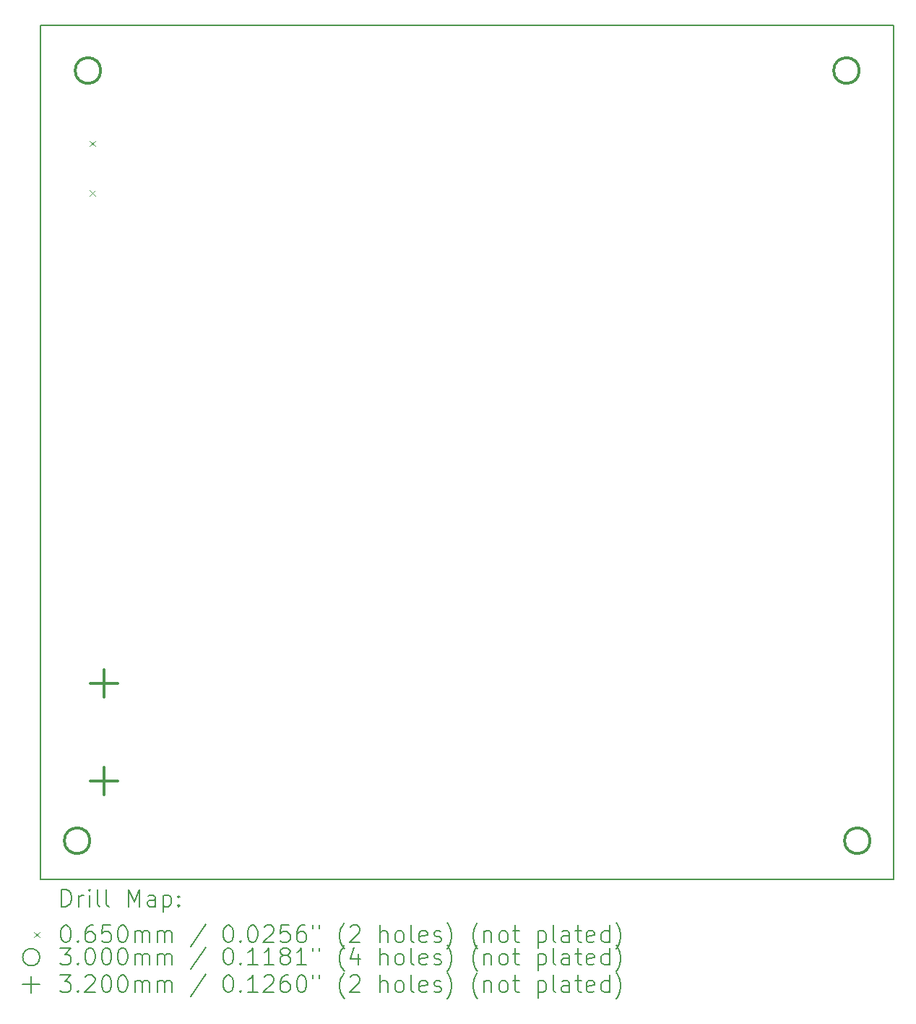
<source format=gbr>
%FSLAX45Y45*%
G04 Gerber Fmt 4.5, Leading zero omitted, Abs format (unit mm)*
G04 Created by KiCad (PCBNEW (6.0.0)) date 2022-03-08 01:23:57*
%MOMM*%
%LPD*%
G01*
G04 APERTURE LIST*
%TA.AperFunction,Profile*%
%ADD10C,0.200000*%
%TD*%
%ADD11C,0.200000*%
%ADD12C,0.065000*%
%ADD13C,0.300000*%
%ADD14C,0.320000*%
G04 APERTURE END LIST*
D10*
X11129000Y-4419600D02*
X21129000Y-4419600D01*
X21129000Y-4419600D02*
X21129000Y-14419600D01*
X21129000Y-14419600D02*
X11129000Y-14419600D01*
X11129000Y-14419600D02*
X11129000Y-4419600D01*
D11*
D12*
X11702000Y-5774500D02*
X11767000Y-5839500D01*
X11767000Y-5774500D02*
X11702000Y-5839500D01*
X11702000Y-6352500D02*
X11767000Y-6417500D01*
X11767000Y-6352500D02*
X11702000Y-6417500D01*
D13*
X11707000Y-13970000D02*
G75*
G03*
X11707000Y-13970000I-150000J0D01*
G01*
X11834000Y-4953000D02*
G75*
G03*
X11834000Y-4953000I-150000J0D01*
G01*
X20724000Y-4953000D02*
G75*
G03*
X20724000Y-4953000I-150000J0D01*
G01*
X20851000Y-13970000D02*
G75*
G03*
X20851000Y-13970000I-150000J0D01*
G01*
D14*
X11874500Y-11968500D02*
X11874500Y-12288500D01*
X11714500Y-12128500D02*
X12034500Y-12128500D01*
X11874500Y-13111500D02*
X11874500Y-13431500D01*
X11714500Y-13271500D02*
X12034500Y-13271500D01*
D11*
X11376619Y-14740076D02*
X11376619Y-14540076D01*
X11424238Y-14540076D01*
X11452809Y-14549600D01*
X11471857Y-14568648D01*
X11481381Y-14587695D01*
X11490905Y-14625790D01*
X11490905Y-14654362D01*
X11481381Y-14692457D01*
X11471857Y-14711505D01*
X11452809Y-14730552D01*
X11424238Y-14740076D01*
X11376619Y-14740076D01*
X11576619Y-14740076D02*
X11576619Y-14606743D01*
X11576619Y-14644838D02*
X11586143Y-14625790D01*
X11595667Y-14616267D01*
X11614714Y-14606743D01*
X11633762Y-14606743D01*
X11700428Y-14740076D02*
X11700428Y-14606743D01*
X11700428Y-14540076D02*
X11690905Y-14549600D01*
X11700428Y-14559124D01*
X11709952Y-14549600D01*
X11700428Y-14540076D01*
X11700428Y-14559124D01*
X11824238Y-14740076D02*
X11805190Y-14730552D01*
X11795667Y-14711505D01*
X11795667Y-14540076D01*
X11929000Y-14740076D02*
X11909952Y-14730552D01*
X11900428Y-14711505D01*
X11900428Y-14540076D01*
X12157571Y-14740076D02*
X12157571Y-14540076D01*
X12224238Y-14682933D01*
X12290905Y-14540076D01*
X12290905Y-14740076D01*
X12471857Y-14740076D02*
X12471857Y-14635314D01*
X12462333Y-14616267D01*
X12443286Y-14606743D01*
X12405190Y-14606743D01*
X12386143Y-14616267D01*
X12471857Y-14730552D02*
X12452809Y-14740076D01*
X12405190Y-14740076D01*
X12386143Y-14730552D01*
X12376619Y-14711505D01*
X12376619Y-14692457D01*
X12386143Y-14673409D01*
X12405190Y-14663886D01*
X12452809Y-14663886D01*
X12471857Y-14654362D01*
X12567095Y-14606743D02*
X12567095Y-14806743D01*
X12567095Y-14616267D02*
X12586143Y-14606743D01*
X12624238Y-14606743D01*
X12643286Y-14616267D01*
X12652809Y-14625790D01*
X12662333Y-14644838D01*
X12662333Y-14701981D01*
X12652809Y-14721028D01*
X12643286Y-14730552D01*
X12624238Y-14740076D01*
X12586143Y-14740076D01*
X12567095Y-14730552D01*
X12748048Y-14721028D02*
X12757571Y-14730552D01*
X12748048Y-14740076D01*
X12738524Y-14730552D01*
X12748048Y-14721028D01*
X12748048Y-14740076D01*
X12748048Y-14616267D02*
X12757571Y-14625790D01*
X12748048Y-14635314D01*
X12738524Y-14625790D01*
X12748048Y-14616267D01*
X12748048Y-14635314D01*
D12*
X11054000Y-15037100D02*
X11119000Y-15102100D01*
X11119000Y-15037100D02*
X11054000Y-15102100D01*
D11*
X11414714Y-14960076D02*
X11433762Y-14960076D01*
X11452809Y-14969600D01*
X11462333Y-14979124D01*
X11471857Y-14998171D01*
X11481381Y-15036267D01*
X11481381Y-15083886D01*
X11471857Y-15121981D01*
X11462333Y-15141028D01*
X11452809Y-15150552D01*
X11433762Y-15160076D01*
X11414714Y-15160076D01*
X11395667Y-15150552D01*
X11386143Y-15141028D01*
X11376619Y-15121981D01*
X11367095Y-15083886D01*
X11367095Y-15036267D01*
X11376619Y-14998171D01*
X11386143Y-14979124D01*
X11395667Y-14969600D01*
X11414714Y-14960076D01*
X11567095Y-15141028D02*
X11576619Y-15150552D01*
X11567095Y-15160076D01*
X11557571Y-15150552D01*
X11567095Y-15141028D01*
X11567095Y-15160076D01*
X11748048Y-14960076D02*
X11709952Y-14960076D01*
X11690905Y-14969600D01*
X11681381Y-14979124D01*
X11662333Y-15007695D01*
X11652809Y-15045790D01*
X11652809Y-15121981D01*
X11662333Y-15141028D01*
X11671857Y-15150552D01*
X11690905Y-15160076D01*
X11729000Y-15160076D01*
X11748048Y-15150552D01*
X11757571Y-15141028D01*
X11767095Y-15121981D01*
X11767095Y-15074362D01*
X11757571Y-15055314D01*
X11748048Y-15045790D01*
X11729000Y-15036267D01*
X11690905Y-15036267D01*
X11671857Y-15045790D01*
X11662333Y-15055314D01*
X11652809Y-15074362D01*
X11948048Y-14960076D02*
X11852809Y-14960076D01*
X11843286Y-15055314D01*
X11852809Y-15045790D01*
X11871857Y-15036267D01*
X11919476Y-15036267D01*
X11938524Y-15045790D01*
X11948048Y-15055314D01*
X11957571Y-15074362D01*
X11957571Y-15121981D01*
X11948048Y-15141028D01*
X11938524Y-15150552D01*
X11919476Y-15160076D01*
X11871857Y-15160076D01*
X11852809Y-15150552D01*
X11843286Y-15141028D01*
X12081381Y-14960076D02*
X12100428Y-14960076D01*
X12119476Y-14969600D01*
X12129000Y-14979124D01*
X12138524Y-14998171D01*
X12148048Y-15036267D01*
X12148048Y-15083886D01*
X12138524Y-15121981D01*
X12129000Y-15141028D01*
X12119476Y-15150552D01*
X12100428Y-15160076D01*
X12081381Y-15160076D01*
X12062333Y-15150552D01*
X12052809Y-15141028D01*
X12043286Y-15121981D01*
X12033762Y-15083886D01*
X12033762Y-15036267D01*
X12043286Y-14998171D01*
X12052809Y-14979124D01*
X12062333Y-14969600D01*
X12081381Y-14960076D01*
X12233762Y-15160076D02*
X12233762Y-15026743D01*
X12233762Y-15045790D02*
X12243286Y-15036267D01*
X12262333Y-15026743D01*
X12290905Y-15026743D01*
X12309952Y-15036267D01*
X12319476Y-15055314D01*
X12319476Y-15160076D01*
X12319476Y-15055314D02*
X12329000Y-15036267D01*
X12348048Y-15026743D01*
X12376619Y-15026743D01*
X12395667Y-15036267D01*
X12405190Y-15055314D01*
X12405190Y-15160076D01*
X12500428Y-15160076D02*
X12500428Y-15026743D01*
X12500428Y-15045790D02*
X12509952Y-15036267D01*
X12529000Y-15026743D01*
X12557571Y-15026743D01*
X12576619Y-15036267D01*
X12586143Y-15055314D01*
X12586143Y-15160076D01*
X12586143Y-15055314D02*
X12595667Y-15036267D01*
X12614714Y-15026743D01*
X12643286Y-15026743D01*
X12662333Y-15036267D01*
X12671857Y-15055314D01*
X12671857Y-15160076D01*
X13062333Y-14950552D02*
X12890905Y-15207695D01*
X13319476Y-14960076D02*
X13338524Y-14960076D01*
X13357571Y-14969600D01*
X13367095Y-14979124D01*
X13376619Y-14998171D01*
X13386143Y-15036267D01*
X13386143Y-15083886D01*
X13376619Y-15121981D01*
X13367095Y-15141028D01*
X13357571Y-15150552D01*
X13338524Y-15160076D01*
X13319476Y-15160076D01*
X13300428Y-15150552D01*
X13290905Y-15141028D01*
X13281381Y-15121981D01*
X13271857Y-15083886D01*
X13271857Y-15036267D01*
X13281381Y-14998171D01*
X13290905Y-14979124D01*
X13300428Y-14969600D01*
X13319476Y-14960076D01*
X13471857Y-15141028D02*
X13481381Y-15150552D01*
X13471857Y-15160076D01*
X13462333Y-15150552D01*
X13471857Y-15141028D01*
X13471857Y-15160076D01*
X13605190Y-14960076D02*
X13624238Y-14960076D01*
X13643286Y-14969600D01*
X13652809Y-14979124D01*
X13662333Y-14998171D01*
X13671857Y-15036267D01*
X13671857Y-15083886D01*
X13662333Y-15121981D01*
X13652809Y-15141028D01*
X13643286Y-15150552D01*
X13624238Y-15160076D01*
X13605190Y-15160076D01*
X13586143Y-15150552D01*
X13576619Y-15141028D01*
X13567095Y-15121981D01*
X13557571Y-15083886D01*
X13557571Y-15036267D01*
X13567095Y-14998171D01*
X13576619Y-14979124D01*
X13586143Y-14969600D01*
X13605190Y-14960076D01*
X13748048Y-14979124D02*
X13757571Y-14969600D01*
X13776619Y-14960076D01*
X13824238Y-14960076D01*
X13843286Y-14969600D01*
X13852809Y-14979124D01*
X13862333Y-14998171D01*
X13862333Y-15017219D01*
X13852809Y-15045790D01*
X13738524Y-15160076D01*
X13862333Y-15160076D01*
X14043286Y-14960076D02*
X13948048Y-14960076D01*
X13938524Y-15055314D01*
X13948048Y-15045790D01*
X13967095Y-15036267D01*
X14014714Y-15036267D01*
X14033762Y-15045790D01*
X14043286Y-15055314D01*
X14052809Y-15074362D01*
X14052809Y-15121981D01*
X14043286Y-15141028D01*
X14033762Y-15150552D01*
X14014714Y-15160076D01*
X13967095Y-15160076D01*
X13948048Y-15150552D01*
X13938524Y-15141028D01*
X14224238Y-14960076D02*
X14186143Y-14960076D01*
X14167095Y-14969600D01*
X14157571Y-14979124D01*
X14138524Y-15007695D01*
X14129000Y-15045790D01*
X14129000Y-15121981D01*
X14138524Y-15141028D01*
X14148048Y-15150552D01*
X14167095Y-15160076D01*
X14205190Y-15160076D01*
X14224238Y-15150552D01*
X14233762Y-15141028D01*
X14243286Y-15121981D01*
X14243286Y-15074362D01*
X14233762Y-15055314D01*
X14224238Y-15045790D01*
X14205190Y-15036267D01*
X14167095Y-15036267D01*
X14148048Y-15045790D01*
X14138524Y-15055314D01*
X14129000Y-15074362D01*
X14319476Y-14960076D02*
X14319476Y-14998171D01*
X14395667Y-14960076D02*
X14395667Y-14998171D01*
X14690905Y-15236267D02*
X14681381Y-15226743D01*
X14662333Y-15198171D01*
X14652809Y-15179124D01*
X14643286Y-15150552D01*
X14633762Y-15102933D01*
X14633762Y-15064838D01*
X14643286Y-15017219D01*
X14652809Y-14988648D01*
X14662333Y-14969600D01*
X14681381Y-14941028D01*
X14690905Y-14931505D01*
X14757571Y-14979124D02*
X14767095Y-14969600D01*
X14786143Y-14960076D01*
X14833762Y-14960076D01*
X14852809Y-14969600D01*
X14862333Y-14979124D01*
X14871857Y-14998171D01*
X14871857Y-15017219D01*
X14862333Y-15045790D01*
X14748048Y-15160076D01*
X14871857Y-15160076D01*
X15109952Y-15160076D02*
X15109952Y-14960076D01*
X15195667Y-15160076D02*
X15195667Y-15055314D01*
X15186143Y-15036267D01*
X15167095Y-15026743D01*
X15138524Y-15026743D01*
X15119476Y-15036267D01*
X15109952Y-15045790D01*
X15319476Y-15160076D02*
X15300428Y-15150552D01*
X15290905Y-15141028D01*
X15281381Y-15121981D01*
X15281381Y-15064838D01*
X15290905Y-15045790D01*
X15300428Y-15036267D01*
X15319476Y-15026743D01*
X15348048Y-15026743D01*
X15367095Y-15036267D01*
X15376619Y-15045790D01*
X15386143Y-15064838D01*
X15386143Y-15121981D01*
X15376619Y-15141028D01*
X15367095Y-15150552D01*
X15348048Y-15160076D01*
X15319476Y-15160076D01*
X15500428Y-15160076D02*
X15481381Y-15150552D01*
X15471857Y-15131505D01*
X15471857Y-14960076D01*
X15652809Y-15150552D02*
X15633762Y-15160076D01*
X15595667Y-15160076D01*
X15576619Y-15150552D01*
X15567095Y-15131505D01*
X15567095Y-15055314D01*
X15576619Y-15036267D01*
X15595667Y-15026743D01*
X15633762Y-15026743D01*
X15652809Y-15036267D01*
X15662333Y-15055314D01*
X15662333Y-15074362D01*
X15567095Y-15093409D01*
X15738524Y-15150552D02*
X15757571Y-15160076D01*
X15795667Y-15160076D01*
X15814714Y-15150552D01*
X15824238Y-15131505D01*
X15824238Y-15121981D01*
X15814714Y-15102933D01*
X15795667Y-15093409D01*
X15767095Y-15093409D01*
X15748048Y-15083886D01*
X15738524Y-15064838D01*
X15738524Y-15055314D01*
X15748048Y-15036267D01*
X15767095Y-15026743D01*
X15795667Y-15026743D01*
X15814714Y-15036267D01*
X15890905Y-15236267D02*
X15900428Y-15226743D01*
X15919476Y-15198171D01*
X15929000Y-15179124D01*
X15938524Y-15150552D01*
X15948048Y-15102933D01*
X15948048Y-15064838D01*
X15938524Y-15017219D01*
X15929000Y-14988648D01*
X15919476Y-14969600D01*
X15900428Y-14941028D01*
X15890905Y-14931505D01*
X16252809Y-15236267D02*
X16243286Y-15226743D01*
X16224238Y-15198171D01*
X16214714Y-15179124D01*
X16205190Y-15150552D01*
X16195667Y-15102933D01*
X16195667Y-15064838D01*
X16205190Y-15017219D01*
X16214714Y-14988648D01*
X16224238Y-14969600D01*
X16243286Y-14941028D01*
X16252809Y-14931505D01*
X16329000Y-15026743D02*
X16329000Y-15160076D01*
X16329000Y-15045790D02*
X16338524Y-15036267D01*
X16357571Y-15026743D01*
X16386143Y-15026743D01*
X16405190Y-15036267D01*
X16414714Y-15055314D01*
X16414714Y-15160076D01*
X16538524Y-15160076D02*
X16519476Y-15150552D01*
X16509952Y-15141028D01*
X16500428Y-15121981D01*
X16500428Y-15064838D01*
X16509952Y-15045790D01*
X16519476Y-15036267D01*
X16538524Y-15026743D01*
X16567095Y-15026743D01*
X16586143Y-15036267D01*
X16595667Y-15045790D01*
X16605190Y-15064838D01*
X16605190Y-15121981D01*
X16595667Y-15141028D01*
X16586143Y-15150552D01*
X16567095Y-15160076D01*
X16538524Y-15160076D01*
X16662333Y-15026743D02*
X16738524Y-15026743D01*
X16690905Y-14960076D02*
X16690905Y-15131505D01*
X16700428Y-15150552D01*
X16719476Y-15160076D01*
X16738524Y-15160076D01*
X16957571Y-15026743D02*
X16957571Y-15226743D01*
X16957571Y-15036267D02*
X16976619Y-15026743D01*
X17014714Y-15026743D01*
X17033762Y-15036267D01*
X17043286Y-15045790D01*
X17052810Y-15064838D01*
X17052810Y-15121981D01*
X17043286Y-15141028D01*
X17033762Y-15150552D01*
X17014714Y-15160076D01*
X16976619Y-15160076D01*
X16957571Y-15150552D01*
X17167095Y-15160076D02*
X17148048Y-15150552D01*
X17138524Y-15131505D01*
X17138524Y-14960076D01*
X17329000Y-15160076D02*
X17329000Y-15055314D01*
X17319476Y-15036267D01*
X17300429Y-15026743D01*
X17262333Y-15026743D01*
X17243286Y-15036267D01*
X17329000Y-15150552D02*
X17309952Y-15160076D01*
X17262333Y-15160076D01*
X17243286Y-15150552D01*
X17233762Y-15131505D01*
X17233762Y-15112457D01*
X17243286Y-15093409D01*
X17262333Y-15083886D01*
X17309952Y-15083886D01*
X17329000Y-15074362D01*
X17395667Y-15026743D02*
X17471857Y-15026743D01*
X17424238Y-14960076D02*
X17424238Y-15131505D01*
X17433762Y-15150552D01*
X17452810Y-15160076D01*
X17471857Y-15160076D01*
X17614714Y-15150552D02*
X17595667Y-15160076D01*
X17557571Y-15160076D01*
X17538524Y-15150552D01*
X17529000Y-15131505D01*
X17529000Y-15055314D01*
X17538524Y-15036267D01*
X17557571Y-15026743D01*
X17595667Y-15026743D01*
X17614714Y-15036267D01*
X17624238Y-15055314D01*
X17624238Y-15074362D01*
X17529000Y-15093409D01*
X17795667Y-15160076D02*
X17795667Y-14960076D01*
X17795667Y-15150552D02*
X17776619Y-15160076D01*
X17738524Y-15160076D01*
X17719476Y-15150552D01*
X17709952Y-15141028D01*
X17700429Y-15121981D01*
X17700429Y-15064838D01*
X17709952Y-15045790D01*
X17719476Y-15036267D01*
X17738524Y-15026743D01*
X17776619Y-15026743D01*
X17795667Y-15036267D01*
X17871857Y-15236267D02*
X17881381Y-15226743D01*
X17900429Y-15198171D01*
X17909952Y-15179124D01*
X17919476Y-15150552D01*
X17929000Y-15102933D01*
X17929000Y-15064838D01*
X17919476Y-15017219D01*
X17909952Y-14988648D01*
X17900429Y-14969600D01*
X17881381Y-14941028D01*
X17871857Y-14931505D01*
X11119000Y-15333600D02*
G75*
G03*
X11119000Y-15333600I-100000J0D01*
G01*
X11357571Y-15224076D02*
X11481381Y-15224076D01*
X11414714Y-15300267D01*
X11443286Y-15300267D01*
X11462333Y-15309790D01*
X11471857Y-15319314D01*
X11481381Y-15338362D01*
X11481381Y-15385981D01*
X11471857Y-15405028D01*
X11462333Y-15414552D01*
X11443286Y-15424076D01*
X11386143Y-15424076D01*
X11367095Y-15414552D01*
X11357571Y-15405028D01*
X11567095Y-15405028D02*
X11576619Y-15414552D01*
X11567095Y-15424076D01*
X11557571Y-15414552D01*
X11567095Y-15405028D01*
X11567095Y-15424076D01*
X11700428Y-15224076D02*
X11719476Y-15224076D01*
X11738524Y-15233600D01*
X11748048Y-15243124D01*
X11757571Y-15262171D01*
X11767095Y-15300267D01*
X11767095Y-15347886D01*
X11757571Y-15385981D01*
X11748048Y-15405028D01*
X11738524Y-15414552D01*
X11719476Y-15424076D01*
X11700428Y-15424076D01*
X11681381Y-15414552D01*
X11671857Y-15405028D01*
X11662333Y-15385981D01*
X11652809Y-15347886D01*
X11652809Y-15300267D01*
X11662333Y-15262171D01*
X11671857Y-15243124D01*
X11681381Y-15233600D01*
X11700428Y-15224076D01*
X11890905Y-15224076D02*
X11909952Y-15224076D01*
X11929000Y-15233600D01*
X11938524Y-15243124D01*
X11948048Y-15262171D01*
X11957571Y-15300267D01*
X11957571Y-15347886D01*
X11948048Y-15385981D01*
X11938524Y-15405028D01*
X11929000Y-15414552D01*
X11909952Y-15424076D01*
X11890905Y-15424076D01*
X11871857Y-15414552D01*
X11862333Y-15405028D01*
X11852809Y-15385981D01*
X11843286Y-15347886D01*
X11843286Y-15300267D01*
X11852809Y-15262171D01*
X11862333Y-15243124D01*
X11871857Y-15233600D01*
X11890905Y-15224076D01*
X12081381Y-15224076D02*
X12100428Y-15224076D01*
X12119476Y-15233600D01*
X12129000Y-15243124D01*
X12138524Y-15262171D01*
X12148048Y-15300267D01*
X12148048Y-15347886D01*
X12138524Y-15385981D01*
X12129000Y-15405028D01*
X12119476Y-15414552D01*
X12100428Y-15424076D01*
X12081381Y-15424076D01*
X12062333Y-15414552D01*
X12052809Y-15405028D01*
X12043286Y-15385981D01*
X12033762Y-15347886D01*
X12033762Y-15300267D01*
X12043286Y-15262171D01*
X12052809Y-15243124D01*
X12062333Y-15233600D01*
X12081381Y-15224076D01*
X12233762Y-15424076D02*
X12233762Y-15290743D01*
X12233762Y-15309790D02*
X12243286Y-15300267D01*
X12262333Y-15290743D01*
X12290905Y-15290743D01*
X12309952Y-15300267D01*
X12319476Y-15319314D01*
X12319476Y-15424076D01*
X12319476Y-15319314D02*
X12329000Y-15300267D01*
X12348048Y-15290743D01*
X12376619Y-15290743D01*
X12395667Y-15300267D01*
X12405190Y-15319314D01*
X12405190Y-15424076D01*
X12500428Y-15424076D02*
X12500428Y-15290743D01*
X12500428Y-15309790D02*
X12509952Y-15300267D01*
X12529000Y-15290743D01*
X12557571Y-15290743D01*
X12576619Y-15300267D01*
X12586143Y-15319314D01*
X12586143Y-15424076D01*
X12586143Y-15319314D02*
X12595667Y-15300267D01*
X12614714Y-15290743D01*
X12643286Y-15290743D01*
X12662333Y-15300267D01*
X12671857Y-15319314D01*
X12671857Y-15424076D01*
X13062333Y-15214552D02*
X12890905Y-15471695D01*
X13319476Y-15224076D02*
X13338524Y-15224076D01*
X13357571Y-15233600D01*
X13367095Y-15243124D01*
X13376619Y-15262171D01*
X13386143Y-15300267D01*
X13386143Y-15347886D01*
X13376619Y-15385981D01*
X13367095Y-15405028D01*
X13357571Y-15414552D01*
X13338524Y-15424076D01*
X13319476Y-15424076D01*
X13300428Y-15414552D01*
X13290905Y-15405028D01*
X13281381Y-15385981D01*
X13271857Y-15347886D01*
X13271857Y-15300267D01*
X13281381Y-15262171D01*
X13290905Y-15243124D01*
X13300428Y-15233600D01*
X13319476Y-15224076D01*
X13471857Y-15405028D02*
X13481381Y-15414552D01*
X13471857Y-15424076D01*
X13462333Y-15414552D01*
X13471857Y-15405028D01*
X13471857Y-15424076D01*
X13671857Y-15424076D02*
X13557571Y-15424076D01*
X13614714Y-15424076D02*
X13614714Y-15224076D01*
X13595667Y-15252648D01*
X13576619Y-15271695D01*
X13557571Y-15281219D01*
X13862333Y-15424076D02*
X13748048Y-15424076D01*
X13805190Y-15424076D02*
X13805190Y-15224076D01*
X13786143Y-15252648D01*
X13767095Y-15271695D01*
X13748048Y-15281219D01*
X13976619Y-15309790D02*
X13957571Y-15300267D01*
X13948048Y-15290743D01*
X13938524Y-15271695D01*
X13938524Y-15262171D01*
X13948048Y-15243124D01*
X13957571Y-15233600D01*
X13976619Y-15224076D01*
X14014714Y-15224076D01*
X14033762Y-15233600D01*
X14043286Y-15243124D01*
X14052809Y-15262171D01*
X14052809Y-15271695D01*
X14043286Y-15290743D01*
X14033762Y-15300267D01*
X14014714Y-15309790D01*
X13976619Y-15309790D01*
X13957571Y-15319314D01*
X13948048Y-15328838D01*
X13938524Y-15347886D01*
X13938524Y-15385981D01*
X13948048Y-15405028D01*
X13957571Y-15414552D01*
X13976619Y-15424076D01*
X14014714Y-15424076D01*
X14033762Y-15414552D01*
X14043286Y-15405028D01*
X14052809Y-15385981D01*
X14052809Y-15347886D01*
X14043286Y-15328838D01*
X14033762Y-15319314D01*
X14014714Y-15309790D01*
X14243286Y-15424076D02*
X14129000Y-15424076D01*
X14186143Y-15424076D02*
X14186143Y-15224076D01*
X14167095Y-15252648D01*
X14148048Y-15271695D01*
X14129000Y-15281219D01*
X14319476Y-15224076D02*
X14319476Y-15262171D01*
X14395667Y-15224076D02*
X14395667Y-15262171D01*
X14690905Y-15500267D02*
X14681381Y-15490743D01*
X14662333Y-15462171D01*
X14652809Y-15443124D01*
X14643286Y-15414552D01*
X14633762Y-15366933D01*
X14633762Y-15328838D01*
X14643286Y-15281219D01*
X14652809Y-15252648D01*
X14662333Y-15233600D01*
X14681381Y-15205028D01*
X14690905Y-15195505D01*
X14852809Y-15290743D02*
X14852809Y-15424076D01*
X14805190Y-15214552D02*
X14757571Y-15357409D01*
X14881381Y-15357409D01*
X15109952Y-15424076D02*
X15109952Y-15224076D01*
X15195667Y-15424076D02*
X15195667Y-15319314D01*
X15186143Y-15300267D01*
X15167095Y-15290743D01*
X15138524Y-15290743D01*
X15119476Y-15300267D01*
X15109952Y-15309790D01*
X15319476Y-15424076D02*
X15300428Y-15414552D01*
X15290905Y-15405028D01*
X15281381Y-15385981D01*
X15281381Y-15328838D01*
X15290905Y-15309790D01*
X15300428Y-15300267D01*
X15319476Y-15290743D01*
X15348048Y-15290743D01*
X15367095Y-15300267D01*
X15376619Y-15309790D01*
X15386143Y-15328838D01*
X15386143Y-15385981D01*
X15376619Y-15405028D01*
X15367095Y-15414552D01*
X15348048Y-15424076D01*
X15319476Y-15424076D01*
X15500428Y-15424076D02*
X15481381Y-15414552D01*
X15471857Y-15395505D01*
X15471857Y-15224076D01*
X15652809Y-15414552D02*
X15633762Y-15424076D01*
X15595667Y-15424076D01*
X15576619Y-15414552D01*
X15567095Y-15395505D01*
X15567095Y-15319314D01*
X15576619Y-15300267D01*
X15595667Y-15290743D01*
X15633762Y-15290743D01*
X15652809Y-15300267D01*
X15662333Y-15319314D01*
X15662333Y-15338362D01*
X15567095Y-15357409D01*
X15738524Y-15414552D02*
X15757571Y-15424076D01*
X15795667Y-15424076D01*
X15814714Y-15414552D01*
X15824238Y-15395505D01*
X15824238Y-15385981D01*
X15814714Y-15366933D01*
X15795667Y-15357409D01*
X15767095Y-15357409D01*
X15748048Y-15347886D01*
X15738524Y-15328838D01*
X15738524Y-15319314D01*
X15748048Y-15300267D01*
X15767095Y-15290743D01*
X15795667Y-15290743D01*
X15814714Y-15300267D01*
X15890905Y-15500267D02*
X15900428Y-15490743D01*
X15919476Y-15462171D01*
X15929000Y-15443124D01*
X15938524Y-15414552D01*
X15948048Y-15366933D01*
X15948048Y-15328838D01*
X15938524Y-15281219D01*
X15929000Y-15252648D01*
X15919476Y-15233600D01*
X15900428Y-15205028D01*
X15890905Y-15195505D01*
X16252809Y-15500267D02*
X16243286Y-15490743D01*
X16224238Y-15462171D01*
X16214714Y-15443124D01*
X16205190Y-15414552D01*
X16195667Y-15366933D01*
X16195667Y-15328838D01*
X16205190Y-15281219D01*
X16214714Y-15252648D01*
X16224238Y-15233600D01*
X16243286Y-15205028D01*
X16252809Y-15195505D01*
X16329000Y-15290743D02*
X16329000Y-15424076D01*
X16329000Y-15309790D02*
X16338524Y-15300267D01*
X16357571Y-15290743D01*
X16386143Y-15290743D01*
X16405190Y-15300267D01*
X16414714Y-15319314D01*
X16414714Y-15424076D01*
X16538524Y-15424076D02*
X16519476Y-15414552D01*
X16509952Y-15405028D01*
X16500428Y-15385981D01*
X16500428Y-15328838D01*
X16509952Y-15309790D01*
X16519476Y-15300267D01*
X16538524Y-15290743D01*
X16567095Y-15290743D01*
X16586143Y-15300267D01*
X16595667Y-15309790D01*
X16605190Y-15328838D01*
X16605190Y-15385981D01*
X16595667Y-15405028D01*
X16586143Y-15414552D01*
X16567095Y-15424076D01*
X16538524Y-15424076D01*
X16662333Y-15290743D02*
X16738524Y-15290743D01*
X16690905Y-15224076D02*
X16690905Y-15395505D01*
X16700428Y-15414552D01*
X16719476Y-15424076D01*
X16738524Y-15424076D01*
X16957571Y-15290743D02*
X16957571Y-15490743D01*
X16957571Y-15300267D02*
X16976619Y-15290743D01*
X17014714Y-15290743D01*
X17033762Y-15300267D01*
X17043286Y-15309790D01*
X17052810Y-15328838D01*
X17052810Y-15385981D01*
X17043286Y-15405028D01*
X17033762Y-15414552D01*
X17014714Y-15424076D01*
X16976619Y-15424076D01*
X16957571Y-15414552D01*
X17167095Y-15424076D02*
X17148048Y-15414552D01*
X17138524Y-15395505D01*
X17138524Y-15224076D01*
X17329000Y-15424076D02*
X17329000Y-15319314D01*
X17319476Y-15300267D01*
X17300429Y-15290743D01*
X17262333Y-15290743D01*
X17243286Y-15300267D01*
X17329000Y-15414552D02*
X17309952Y-15424076D01*
X17262333Y-15424076D01*
X17243286Y-15414552D01*
X17233762Y-15395505D01*
X17233762Y-15376457D01*
X17243286Y-15357409D01*
X17262333Y-15347886D01*
X17309952Y-15347886D01*
X17329000Y-15338362D01*
X17395667Y-15290743D02*
X17471857Y-15290743D01*
X17424238Y-15224076D02*
X17424238Y-15395505D01*
X17433762Y-15414552D01*
X17452810Y-15424076D01*
X17471857Y-15424076D01*
X17614714Y-15414552D02*
X17595667Y-15424076D01*
X17557571Y-15424076D01*
X17538524Y-15414552D01*
X17529000Y-15395505D01*
X17529000Y-15319314D01*
X17538524Y-15300267D01*
X17557571Y-15290743D01*
X17595667Y-15290743D01*
X17614714Y-15300267D01*
X17624238Y-15319314D01*
X17624238Y-15338362D01*
X17529000Y-15357409D01*
X17795667Y-15424076D02*
X17795667Y-15224076D01*
X17795667Y-15414552D02*
X17776619Y-15424076D01*
X17738524Y-15424076D01*
X17719476Y-15414552D01*
X17709952Y-15405028D01*
X17700429Y-15385981D01*
X17700429Y-15328838D01*
X17709952Y-15309790D01*
X17719476Y-15300267D01*
X17738524Y-15290743D01*
X17776619Y-15290743D01*
X17795667Y-15300267D01*
X17871857Y-15500267D02*
X17881381Y-15490743D01*
X17900429Y-15462171D01*
X17909952Y-15443124D01*
X17919476Y-15414552D01*
X17929000Y-15366933D01*
X17929000Y-15328838D01*
X17919476Y-15281219D01*
X17909952Y-15252648D01*
X17900429Y-15233600D01*
X17881381Y-15205028D01*
X17871857Y-15195505D01*
X11019000Y-15553600D02*
X11019000Y-15753600D01*
X10919000Y-15653600D02*
X11119000Y-15653600D01*
X11357571Y-15544076D02*
X11481381Y-15544076D01*
X11414714Y-15620267D01*
X11443286Y-15620267D01*
X11462333Y-15629790D01*
X11471857Y-15639314D01*
X11481381Y-15658362D01*
X11481381Y-15705981D01*
X11471857Y-15725028D01*
X11462333Y-15734552D01*
X11443286Y-15744076D01*
X11386143Y-15744076D01*
X11367095Y-15734552D01*
X11357571Y-15725028D01*
X11567095Y-15725028D02*
X11576619Y-15734552D01*
X11567095Y-15744076D01*
X11557571Y-15734552D01*
X11567095Y-15725028D01*
X11567095Y-15744076D01*
X11652809Y-15563124D02*
X11662333Y-15553600D01*
X11681381Y-15544076D01*
X11729000Y-15544076D01*
X11748048Y-15553600D01*
X11757571Y-15563124D01*
X11767095Y-15582171D01*
X11767095Y-15601219D01*
X11757571Y-15629790D01*
X11643286Y-15744076D01*
X11767095Y-15744076D01*
X11890905Y-15544076D02*
X11909952Y-15544076D01*
X11929000Y-15553600D01*
X11938524Y-15563124D01*
X11948048Y-15582171D01*
X11957571Y-15620267D01*
X11957571Y-15667886D01*
X11948048Y-15705981D01*
X11938524Y-15725028D01*
X11929000Y-15734552D01*
X11909952Y-15744076D01*
X11890905Y-15744076D01*
X11871857Y-15734552D01*
X11862333Y-15725028D01*
X11852809Y-15705981D01*
X11843286Y-15667886D01*
X11843286Y-15620267D01*
X11852809Y-15582171D01*
X11862333Y-15563124D01*
X11871857Y-15553600D01*
X11890905Y-15544076D01*
X12081381Y-15544076D02*
X12100428Y-15544076D01*
X12119476Y-15553600D01*
X12129000Y-15563124D01*
X12138524Y-15582171D01*
X12148048Y-15620267D01*
X12148048Y-15667886D01*
X12138524Y-15705981D01*
X12129000Y-15725028D01*
X12119476Y-15734552D01*
X12100428Y-15744076D01*
X12081381Y-15744076D01*
X12062333Y-15734552D01*
X12052809Y-15725028D01*
X12043286Y-15705981D01*
X12033762Y-15667886D01*
X12033762Y-15620267D01*
X12043286Y-15582171D01*
X12052809Y-15563124D01*
X12062333Y-15553600D01*
X12081381Y-15544076D01*
X12233762Y-15744076D02*
X12233762Y-15610743D01*
X12233762Y-15629790D02*
X12243286Y-15620267D01*
X12262333Y-15610743D01*
X12290905Y-15610743D01*
X12309952Y-15620267D01*
X12319476Y-15639314D01*
X12319476Y-15744076D01*
X12319476Y-15639314D02*
X12329000Y-15620267D01*
X12348048Y-15610743D01*
X12376619Y-15610743D01*
X12395667Y-15620267D01*
X12405190Y-15639314D01*
X12405190Y-15744076D01*
X12500428Y-15744076D02*
X12500428Y-15610743D01*
X12500428Y-15629790D02*
X12509952Y-15620267D01*
X12529000Y-15610743D01*
X12557571Y-15610743D01*
X12576619Y-15620267D01*
X12586143Y-15639314D01*
X12586143Y-15744076D01*
X12586143Y-15639314D02*
X12595667Y-15620267D01*
X12614714Y-15610743D01*
X12643286Y-15610743D01*
X12662333Y-15620267D01*
X12671857Y-15639314D01*
X12671857Y-15744076D01*
X13062333Y-15534552D02*
X12890905Y-15791695D01*
X13319476Y-15544076D02*
X13338524Y-15544076D01*
X13357571Y-15553600D01*
X13367095Y-15563124D01*
X13376619Y-15582171D01*
X13386143Y-15620267D01*
X13386143Y-15667886D01*
X13376619Y-15705981D01*
X13367095Y-15725028D01*
X13357571Y-15734552D01*
X13338524Y-15744076D01*
X13319476Y-15744076D01*
X13300428Y-15734552D01*
X13290905Y-15725028D01*
X13281381Y-15705981D01*
X13271857Y-15667886D01*
X13271857Y-15620267D01*
X13281381Y-15582171D01*
X13290905Y-15563124D01*
X13300428Y-15553600D01*
X13319476Y-15544076D01*
X13471857Y-15725028D02*
X13481381Y-15734552D01*
X13471857Y-15744076D01*
X13462333Y-15734552D01*
X13471857Y-15725028D01*
X13471857Y-15744076D01*
X13671857Y-15744076D02*
X13557571Y-15744076D01*
X13614714Y-15744076D02*
X13614714Y-15544076D01*
X13595667Y-15572648D01*
X13576619Y-15591695D01*
X13557571Y-15601219D01*
X13748048Y-15563124D02*
X13757571Y-15553600D01*
X13776619Y-15544076D01*
X13824238Y-15544076D01*
X13843286Y-15553600D01*
X13852809Y-15563124D01*
X13862333Y-15582171D01*
X13862333Y-15601219D01*
X13852809Y-15629790D01*
X13738524Y-15744076D01*
X13862333Y-15744076D01*
X14033762Y-15544076D02*
X13995667Y-15544076D01*
X13976619Y-15553600D01*
X13967095Y-15563124D01*
X13948048Y-15591695D01*
X13938524Y-15629790D01*
X13938524Y-15705981D01*
X13948048Y-15725028D01*
X13957571Y-15734552D01*
X13976619Y-15744076D01*
X14014714Y-15744076D01*
X14033762Y-15734552D01*
X14043286Y-15725028D01*
X14052809Y-15705981D01*
X14052809Y-15658362D01*
X14043286Y-15639314D01*
X14033762Y-15629790D01*
X14014714Y-15620267D01*
X13976619Y-15620267D01*
X13957571Y-15629790D01*
X13948048Y-15639314D01*
X13938524Y-15658362D01*
X14176619Y-15544076D02*
X14195667Y-15544076D01*
X14214714Y-15553600D01*
X14224238Y-15563124D01*
X14233762Y-15582171D01*
X14243286Y-15620267D01*
X14243286Y-15667886D01*
X14233762Y-15705981D01*
X14224238Y-15725028D01*
X14214714Y-15734552D01*
X14195667Y-15744076D01*
X14176619Y-15744076D01*
X14157571Y-15734552D01*
X14148048Y-15725028D01*
X14138524Y-15705981D01*
X14129000Y-15667886D01*
X14129000Y-15620267D01*
X14138524Y-15582171D01*
X14148048Y-15563124D01*
X14157571Y-15553600D01*
X14176619Y-15544076D01*
X14319476Y-15544076D02*
X14319476Y-15582171D01*
X14395667Y-15544076D02*
X14395667Y-15582171D01*
X14690905Y-15820267D02*
X14681381Y-15810743D01*
X14662333Y-15782171D01*
X14652809Y-15763124D01*
X14643286Y-15734552D01*
X14633762Y-15686933D01*
X14633762Y-15648838D01*
X14643286Y-15601219D01*
X14652809Y-15572648D01*
X14662333Y-15553600D01*
X14681381Y-15525028D01*
X14690905Y-15515505D01*
X14757571Y-15563124D02*
X14767095Y-15553600D01*
X14786143Y-15544076D01*
X14833762Y-15544076D01*
X14852809Y-15553600D01*
X14862333Y-15563124D01*
X14871857Y-15582171D01*
X14871857Y-15601219D01*
X14862333Y-15629790D01*
X14748048Y-15744076D01*
X14871857Y-15744076D01*
X15109952Y-15744076D02*
X15109952Y-15544076D01*
X15195667Y-15744076D02*
X15195667Y-15639314D01*
X15186143Y-15620267D01*
X15167095Y-15610743D01*
X15138524Y-15610743D01*
X15119476Y-15620267D01*
X15109952Y-15629790D01*
X15319476Y-15744076D02*
X15300428Y-15734552D01*
X15290905Y-15725028D01*
X15281381Y-15705981D01*
X15281381Y-15648838D01*
X15290905Y-15629790D01*
X15300428Y-15620267D01*
X15319476Y-15610743D01*
X15348048Y-15610743D01*
X15367095Y-15620267D01*
X15376619Y-15629790D01*
X15386143Y-15648838D01*
X15386143Y-15705981D01*
X15376619Y-15725028D01*
X15367095Y-15734552D01*
X15348048Y-15744076D01*
X15319476Y-15744076D01*
X15500428Y-15744076D02*
X15481381Y-15734552D01*
X15471857Y-15715505D01*
X15471857Y-15544076D01*
X15652809Y-15734552D02*
X15633762Y-15744076D01*
X15595667Y-15744076D01*
X15576619Y-15734552D01*
X15567095Y-15715505D01*
X15567095Y-15639314D01*
X15576619Y-15620267D01*
X15595667Y-15610743D01*
X15633762Y-15610743D01*
X15652809Y-15620267D01*
X15662333Y-15639314D01*
X15662333Y-15658362D01*
X15567095Y-15677409D01*
X15738524Y-15734552D02*
X15757571Y-15744076D01*
X15795667Y-15744076D01*
X15814714Y-15734552D01*
X15824238Y-15715505D01*
X15824238Y-15705981D01*
X15814714Y-15686933D01*
X15795667Y-15677409D01*
X15767095Y-15677409D01*
X15748048Y-15667886D01*
X15738524Y-15648838D01*
X15738524Y-15639314D01*
X15748048Y-15620267D01*
X15767095Y-15610743D01*
X15795667Y-15610743D01*
X15814714Y-15620267D01*
X15890905Y-15820267D02*
X15900428Y-15810743D01*
X15919476Y-15782171D01*
X15929000Y-15763124D01*
X15938524Y-15734552D01*
X15948048Y-15686933D01*
X15948048Y-15648838D01*
X15938524Y-15601219D01*
X15929000Y-15572648D01*
X15919476Y-15553600D01*
X15900428Y-15525028D01*
X15890905Y-15515505D01*
X16252809Y-15820267D02*
X16243286Y-15810743D01*
X16224238Y-15782171D01*
X16214714Y-15763124D01*
X16205190Y-15734552D01*
X16195667Y-15686933D01*
X16195667Y-15648838D01*
X16205190Y-15601219D01*
X16214714Y-15572648D01*
X16224238Y-15553600D01*
X16243286Y-15525028D01*
X16252809Y-15515505D01*
X16329000Y-15610743D02*
X16329000Y-15744076D01*
X16329000Y-15629790D02*
X16338524Y-15620267D01*
X16357571Y-15610743D01*
X16386143Y-15610743D01*
X16405190Y-15620267D01*
X16414714Y-15639314D01*
X16414714Y-15744076D01*
X16538524Y-15744076D02*
X16519476Y-15734552D01*
X16509952Y-15725028D01*
X16500428Y-15705981D01*
X16500428Y-15648838D01*
X16509952Y-15629790D01*
X16519476Y-15620267D01*
X16538524Y-15610743D01*
X16567095Y-15610743D01*
X16586143Y-15620267D01*
X16595667Y-15629790D01*
X16605190Y-15648838D01*
X16605190Y-15705981D01*
X16595667Y-15725028D01*
X16586143Y-15734552D01*
X16567095Y-15744076D01*
X16538524Y-15744076D01*
X16662333Y-15610743D02*
X16738524Y-15610743D01*
X16690905Y-15544076D02*
X16690905Y-15715505D01*
X16700428Y-15734552D01*
X16719476Y-15744076D01*
X16738524Y-15744076D01*
X16957571Y-15610743D02*
X16957571Y-15810743D01*
X16957571Y-15620267D02*
X16976619Y-15610743D01*
X17014714Y-15610743D01*
X17033762Y-15620267D01*
X17043286Y-15629790D01*
X17052810Y-15648838D01*
X17052810Y-15705981D01*
X17043286Y-15725028D01*
X17033762Y-15734552D01*
X17014714Y-15744076D01*
X16976619Y-15744076D01*
X16957571Y-15734552D01*
X17167095Y-15744076D02*
X17148048Y-15734552D01*
X17138524Y-15715505D01*
X17138524Y-15544076D01*
X17329000Y-15744076D02*
X17329000Y-15639314D01*
X17319476Y-15620267D01*
X17300429Y-15610743D01*
X17262333Y-15610743D01*
X17243286Y-15620267D01*
X17329000Y-15734552D02*
X17309952Y-15744076D01*
X17262333Y-15744076D01*
X17243286Y-15734552D01*
X17233762Y-15715505D01*
X17233762Y-15696457D01*
X17243286Y-15677409D01*
X17262333Y-15667886D01*
X17309952Y-15667886D01*
X17329000Y-15658362D01*
X17395667Y-15610743D02*
X17471857Y-15610743D01*
X17424238Y-15544076D02*
X17424238Y-15715505D01*
X17433762Y-15734552D01*
X17452810Y-15744076D01*
X17471857Y-15744076D01*
X17614714Y-15734552D02*
X17595667Y-15744076D01*
X17557571Y-15744076D01*
X17538524Y-15734552D01*
X17529000Y-15715505D01*
X17529000Y-15639314D01*
X17538524Y-15620267D01*
X17557571Y-15610743D01*
X17595667Y-15610743D01*
X17614714Y-15620267D01*
X17624238Y-15639314D01*
X17624238Y-15658362D01*
X17529000Y-15677409D01*
X17795667Y-15744076D02*
X17795667Y-15544076D01*
X17795667Y-15734552D02*
X17776619Y-15744076D01*
X17738524Y-15744076D01*
X17719476Y-15734552D01*
X17709952Y-15725028D01*
X17700429Y-15705981D01*
X17700429Y-15648838D01*
X17709952Y-15629790D01*
X17719476Y-15620267D01*
X17738524Y-15610743D01*
X17776619Y-15610743D01*
X17795667Y-15620267D01*
X17871857Y-15820267D02*
X17881381Y-15810743D01*
X17900429Y-15782171D01*
X17909952Y-15763124D01*
X17919476Y-15734552D01*
X17929000Y-15686933D01*
X17929000Y-15648838D01*
X17919476Y-15601219D01*
X17909952Y-15572648D01*
X17900429Y-15553600D01*
X17881381Y-15525028D01*
X17871857Y-15515505D01*
M02*

</source>
